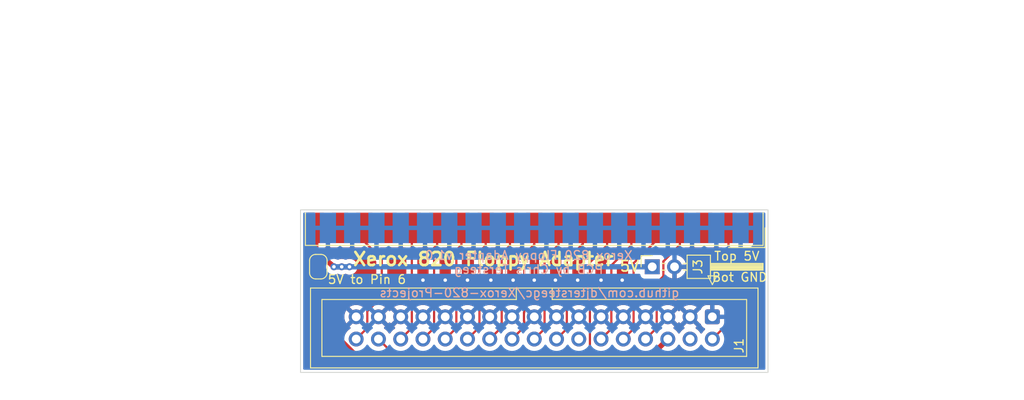
<source format=kicad_pcb>
(kicad_pcb (version 20240108) (generator "pcbnew") (generator_version "8.0")
  (title_block (title "Xerox DB37 to IDC34 Floppy Adapter") (date "2025-01-12") (rev "v1.0") (company "Chris Tersteeg"))
  (layers (0 "F.Cu" signal) (31 "B.Cu" signal) (34 "B.Paste" user) (35 "F.Paste" user) (36 "B.SilkS" user "B.Silkscreen") (37 "F.SilkS" user "F.Silkscreen") (38 "B.Mask" user) (39 "F.Mask" user) (44 "Edge.Cuts" user))
  (net 0 "")
  (net 1 "GND")
  (net 2 "/DVSEL2")
  (net 3 "/STEP_IN")
  (net 4 "+12V")
  (net 5 "/HEAD_LOAD")
  (net 6 "+5V")
  (net 7 "/DVSEL1")
  (net 8 "/SEL_8_5")
  (net 9 "/STEP")
  (net 10 "/SIDE")
  (net 11 "/WRT_PROTECT")
  (net 12 "/WRT_DATA")
  (net 13 "/INDEX")
  (net 14 "/WRITE")
  (net 15 "/READY")
  (net 16 "/LOW_CURRENT")
  (net 17 "/RDDATA")
  (net 18 "/TRK00")
  (net 19 "Net-(J1-Pin_6)")
  (footprint "Jumper:SolderJumper-2_P1.3mm_Open_RoundedPad1.0x1.5mm" (layer "F.Cu") (at 139.192 57.77 -90)
    (property "Reference" "JP1" (hide yes))
    (property "Value" "5V Enable")
    (fp_line (start 0.7 1) (end -0.7 1) (stroke (width 0.12)) (layer "F.SilkS"))
    (fp_line (start -1.4 0.3) (end -1.4 -0.3) (stroke (width 0.12)) (layer "F.SilkS"))
    (fp_line (start 1.4 -0.3) (end 1.4 0.3) (stroke (width 0.12)) (layer "F.SilkS"))
    (fp_line (start -0.7 -1) (end 0.7 -1) (stroke (width 0.12)) (layer "F.SilkS"))
    (fp_arc (start -0.7 1) (mid -1.194975 0.794975) (end -1.4 0.3) (stroke (width 0.12)) (layer "F.SilkS"))
    (fp_arc (start 1.4 0.3) (mid 1.194975 0.794975) (end 0.7 1) (stroke (width 0.12)) (layer "F.SilkS"))
    (fp_arc (start -1.4 -0.3) (mid -1.194975 -0.794975) (end -0.7 -1) (stroke (width 0.12)) (layer "F.SilkS"))
    (fp_arc (start 0.7 -1) (mid 1.194975 -0.794975) (end 1.4 -0.3) (stroke (width 0.12)) (layer "F.SilkS"))
    (pad "1" smd custom (at -0.65 0 270) (size 1 0.5) (layers "F.Cu" "F.Mask") (net 6 "+5V") (options (clearance outline) (anchor rect)) (primitives (gr_circle (center 0 0.25) (end 0.5 0.25) (width 0) (fill yes)) (gr_circle (center 0 -0.25) (end 0.5 -0.25) (width 0) (fill yes)) (gr_poly (pts (xy 0.5 0.75) (xy 0 0.75) (xy 0 -0.75) (xy 0.5 -0.75)) (width 0) (fill yes))))
    (pad "2" smd custom (at 0.65 0 270) (size 1 0.5) (layers "F.Cu" "F.Mask") (net 19 "Net-(J1-Pin_6)") (options (clearance outline) (anchor rect)) (primitives (gr_circle (center 0 0.25) (end 0.5 0.25) (width 0) (fill yes)) (gr_circle (center 0 -0.25) (end 0.5 -0.25) (width 0) (fill yes)) (gr_poly (pts (xy 0 0.75) (xy -0.5 0.75) (xy -0.5 -0.75) (xy 0 -0.75)) (width 0) (fill yes))))
  )
  (footprint "Connector_IDC:IDC-Header_2x17_P2.54mm_Vertical" (layer "F.Cu") (at 184.15 63.5 -90)
    (property "Reference" "J1" (at 3.302 -3.048 90) (layer "F.SilkS"))
    (property "Value" "Conn_02x17_Odd_Even")
    (fp_line (start -3.29 45.85) (end -3.29 -5.21) (stroke (width 0.12)) (layer "F.SilkS"))
    (fp_line (start 5.83 45.85) (end -3.29 45.85) (stroke (width 0.12)) (layer "F.SilkS"))
    (fp_line (start -1.98 44.55) (end -1.98 22.37) (stroke (width 0.12)) (layer "F.SilkS"))
    (fp_line (start 4.52 44.55) (end -1.98 44.55) (stroke (width 0.12)) (layer "F.SilkS"))
    (fp_line (start -1.98 22.37) (end -3.29 22.37) (stroke (width 0.12)) (layer "F.SilkS"))
    (fp_line (start -1.98 22.37) (end -1.98 22.37) (stroke (width 0.12)) (layer "F.SilkS"))
    (fp_line (start -3.29 18.27) (end -1.98 18.27) (stroke (width 0.12)) (layer "F.SilkS"))
    (fp_line (start -1.98 18.27) (end -1.98 -3.91) (stroke (width 0.12)) (layer "F.SilkS"))
    (fp_line (start -4.68 0.5) (end -3.68 0) (stroke (width 0.12)) (layer "F.SilkS"))
    (fp_line (start -3.68 0) (end -4.68 -0.5) (stroke (width 0.12)) (layer "F.SilkS"))
    (fp_line (start -4.68 -0.5) (end -4.68 0.5) (stroke (width 0.12)) (layer "F.SilkS"))
    (fp_line (start -1.98 -3.91) (end 4.52 -3.91) (stroke (width 0.12)) (layer "F.SilkS"))
    (fp_line (start 4.52 -3.91) (end 4.52 44.55) (stroke (width 0.12)) (layer "F.SilkS"))
    (fp_line (start -3.29 -5.21) (end 5.83 -5.21) (stroke (width 0.12)) (layer "F.SilkS"))
    (fp_line (start 5.83 -5.21) (end 5.83 45.85) (stroke (width 0.12)) (layer "F.SilkS"))
    (pad "1" thru_hole roundrect (at 0 0 270) (size 1.7 1.7) (drill 1) (layers "*.Cu" "*.Mask") (roundrect_rratio 0.147059) (net 1 "GND"))
    (pad "2" thru_hole circle (at 2.54 0 270) (size 1.7 1.7) (drill 1) (layers "*.Cu" "*.Mask") (net 8 "/SEL_8_5"))
    (pad "3" thru_hole circle (at 0 2.54 270) (size 1.7 1.7) (drill 1) (layers "*.Cu" "*.Mask") (net 1 "GND"))
    (pad "4" thru_hole circle (at 2.54 2.54 270) (size 1.7 1.7) (drill 1) (layers "*.Cu" "*.Mask"))
    (pad "5" thru_hole circle (at 0 5.08 270) (size 1.7 1.7) (drill 1) (layers "*.Cu" "*.Mask") (net 1 "GND"))
    (pad "6" thru_hole circle (at 2.54 5.08 270) (size 1.7 1.7) (drill 1) (layers "*.Cu" "*.Mask") (net 19 "Net-(J1-Pin_6)"))
    (pad "7" thru_hole circle (at 0 7.62 270) (size 1.7 1.7) (drill 1) (layers "*.Cu" "*.Mask") (net 1 "GND"))
    (pad "8" thru_hole circle (at 2.54 7.62 270) (size 1.7 1.7) (drill 1) (layers "*.Cu" "*.Mask") (net 13 "/INDEX"))
    (pad "9" thru_hole circle (at 0 10.16 270) (size 1.7 1.7) (drill 1) (layers "*.Cu" "*.Mask") (net 1 "GND"))
    (pad "10" thru_hole circle (at 2.54 10.16 270) (size 1.7 1.7) (drill 1) (layers "*.Cu" "*.Mask") (net 7 "/DVSEL1"))
    (pad "11" thru_hole circle (at 0 12.7 270) (size 1.7 1.7) (drill 1) (layers "*.Cu" "*.Mask") (net 1 "GND"))
    (pad "12" thru_hole circle (at 2.54 12.7 270) (size 1.7 1.7) (drill 1) (layers "*.Cu" "*.Mask") (net 2 "/DVSEL2"))
    (pad "13" thru_hole circle (at 0 15.24 270) (size 1.7 1.7) (drill 1) (layers "*.Cu" "*.Mask") (net 1 "GND"))
    (pad "14" thru_hole circle (at 2.54 15.24 270) (size 1.7 1.7) (drill 1) (layers "*.Cu" "*.Mask"))
    (pad "15" thru_hole circle (at 0 17.78 270) (size 1.7 1.7) (drill 1) (layers "*.Cu" "*.Mask") (net 1 "GND"))
    (pad "16" thru_hole circle (at 2.54 17.78 270) (size 1.7 1.7) (drill 1) (layers "*.Cu" "*.Mask") (net 5 "/HEAD_LOAD"))
    (pad "17" thru_hole circle (at 0 20.32 270) (size 1.7 1.7) (drill 1) (layers "*.Cu" "*.Mask") (net 1 "GND"))
    (pad "18" thru_hole circle (at 2.54 20.32 270) (size 1.7 1.7) (drill 1) (layers "*.Cu" "*.Mask") (net 3 "/STEP_IN"))
    (pad "19" thru_hole circle (at 0 22.86 270) (size 1.7 1.7) (drill 1) (layers "*.Cu" "*.Mask") (net 1 "GND"))
    (pad "20" thru_hole circle (at 2.54 22.86 270) (size 1.7 1.7) (drill 1) (layers "*.Cu" "*.Mask") (net 9 "/STEP"))
    (pad "21" thru_hole circle (at 0 25.4 270) (size 1.7 1.7) (drill 1) (layers "*.Cu" "*.Mask") (net 1 "GND"))
    (pad "22" thru_hole circle (at 2.54 25.4 270) (size 1.7 1.7) (drill 1) (layers "*.Cu" "*.Mask") (net 12 "/WRT_DATA"))
    (pad "23" thru_hole circle (at 0 27.94 270) (size 1.7 1.7) (drill 1) (layers "*.Cu" "*.Mask") (net 1 "GND"))
    (pad "24" thru_hole circle (at 2.54 27.94 270) (size 1.7 1.7) (drill 1) (layers "*.Cu" "*.Mask") (net 14 "/WRITE"))
    (pad "25" thru_hole circle (at 0 30.48 270) (size 1.7 1.7) (drill 1) (layers "*.Cu" "*.Mask") (net 1 "GND"))
    (pad "26" thru_hole circle (at 2.54 30.48 270) (size 1.7 1.7) (drill 1) (layers "*.Cu" "*.Mask") (net 18 "/TRK00"))
    (pad "27" thru_hole circle (at 0 33.02 270) (size 1.7 1.7) (drill 1) (layers "*.Cu" "*.Mask") (net 1 "GND"))
    (pad "28" thru_hole circle (at 2.54 33.02 270) (size 1.7 1.7) (drill 1) (layers "*.Cu" "*.Mask") (net 11 "/WRT_PROTECT"))
    (pad "29" thru_hole circle (at 0 35.56 270) (size 1.7 1.7) (drill 1) (layers "*.Cu" "*.Mask") (net 1 "GND"))
    (pad "30" thru_hole circle (at 2.54 35.56 270) (size 1.7 1.7) (drill 1) (layers "*.Cu" "*.Mask") (net 17 "/RDDATA"))
    (pad "31" thru_hole circle (at 0 38.1 270) (size 1.7 1.7) (drill 1) (layers "*.Cu" "*.Mask") (net 1 "GND"))
    (pad "32" thru_hole circle (at 2.54 38.1 270) (size 1.7 1.7) (drill 1) (layers "*.Cu" "*.Mask") (net 10 "/SIDE"))
    (pad "33" thru_hole circle (at 0 40.64 270) (size 1.7 1.7) (drill 1) (layers "*.Cu" "*.Mask") (net 1 "GND"))
    (pad "34" thru_hole circle (at 2.54 40.64 270) (size 1.7 1.7) (drill 1) (layers "*.Cu" "*.Mask") (net 15 "/READY"))
  )
  (footprint "Connector_PinHeader_2.54mm:PinHeader_2x01_P2.54mm_Horizontal" (layer "F.Cu") (at 177.292 57.785)
    (property "Reference" "J3" (at 5.207 0 90) (layer "F.SilkS"))
    (property "Value" "5V Power" (hide yes))
    (fp_line (start -1.27 -1.27) (end 0 -1.27) (stroke (width 0.12)) (layer "F.SilkS"))
    (fp_line (start -1.27 0) (end -1.27 -1.27) (stroke (width 0.12)) (layer "F.SilkS"))
    (fp_line (start 1.11 -0.38) (end 1.497071 -0.38) (stroke (width 0.12)) (layer "F.SilkS"))
    (fp_line (start 1.11 0.38) (end 1.497071 0.38) (stroke (width 0.12)) (layer "F.SilkS"))
    (fp_line (start 3.582929 -0.38) (end 3.98 -0.38) (stroke (width 0.12)) (layer "F.SilkS"))
    (fp_line (start 3.582929 0.38) (end 3.98 0.38) (stroke (width 0.12)) (layer "F.SilkS"))
    (fp_line (start 3.98 -1.33) (end 3.98 1.33) (stroke (width 0.12)) (layer "F.SilkS"))
    (fp_line (start 3.98 1.33) (end 6.64 1.33) (stroke (width 0.12)) (layer "F.SilkS"))
    (fp_line (start 6.64 -1.33) (end 3.98 -1.33) (stroke (width 0.12)) (layer "F.SilkS"))
    (fp_line (start 6.64 -0.38) (end 12.64 -0.38) (stroke (width 0.12)) (layer "F.SilkS"))
    (fp_line (start 6.64 -0.32) (end 12.64 -0.32) (stroke (width 0.12)) (layer "F.SilkS"))
    (fp_line (start 6.64 -0.2) (end 12.64 -0.2) (stroke (width 0.12)) (layer "F.SilkS"))
    (fp_line (start 6.64 -0.08) (end 12.64 -0.08) (stroke (width 0.12)) (layer "F.SilkS"))
    (fp_line (start 6.64 0.04) (end 12.64 0.04) (stroke (width 0.12)) (layer "F.SilkS"))
    (fp_line (start 6.64 0.16) (end 12.64 0.16) (stroke (width 0.12)) (layer "F.SilkS"))
    (fp_line (start 6.64 0.28) (end 12.64 0.28) (stroke (width 0.12)) (layer "F.SilkS"))
    (fp_line (start 6.64 1.33) (end 6.64 -1.33) (stroke (width 0.12)) (layer "F.SilkS"))
    (fp_line (start 12.64 -0.38) (end 12.64 0.38) (stroke (width 0.12)) (layer "F.SilkS"))
    (fp_line (start 12.64 0.38) (end 6.64 0.38) (stroke (width 0.12)) (layer "F.SilkS"))
    (pad "1" thru_hole rect (at 0 0) (size 1.7 1.7) (drill 1) (layers "*.Cu" "*.Mask") (net 6 "+5V"))
    (pad "2" thru_hole oval (at 2.54 0) (size 1.7 1.7) (drill 1) (layers "*.Cu" "*.Mask") (net 1 "GND"))
  )
  (footprint "Connector_Dsub:DSUB-37_Male_EdgeMount_P2.77mm" (layer "F.Cu") (at 163.83 53.34 180)
    (property "Reference" "J2" (hide yes))
    (property "Value" "DC37_Plug")
    (fp_line (start 26.113333 1.74) (end 26.113333 -2) (stroke (width 0.12)) (layer "F.SilkS"))
    (fp_line (start 26.113333 -2) (end -26.113333 -2) (stroke (width 0.12)) (layer "F.SilkS"))
    (fp_line (start -26.113333 -2) (end -26.113333 1.74) (stroke (width 0.12)) (layer "F.SilkS"))
    (fp_line (start -26.353333 0) (end -26.353333 -2.24) (stroke (width 0.12)) (layer "F.SilkS"))
    (fp_line (start -26.353333 -2.24) (end -22.16 -2.24) (stroke (width 0.12)) (layer "F.SilkS"))
    (pad "1" smd rect (at -24.93 0 180) (size 1.846667 3.48) (layers "F.Cu" "F.Paste" "F.Mask"))
    (pad "2" smd rect (at -22.16 0 180) (size 1.846667 3.48) (layers "F.Cu" "F.Paste" "F.Mask") (net 8 "/SEL_8_5"))
    (pad "3" smd rect (at -19.39 0 180) (size 1.846667 3.48) (layers "F.Cu" "F.Paste" "F.Mask"))
    (pad "4" smd rect (at -16.62 0 180) (size 1.846667 3.48) (layers "F.Cu" "F.Paste" "F.Mask") (net 13 "/INDEX"))
    (pad "5" smd rect (at -13.85 0 180) (size 1.846667 3.48) (layers "F.Cu" "F.Paste" "F.Mask") (net 7 "/DVSEL1"))
    (pad "6" smd rect (at -11.08 0 180) (size 1.846667 3.48) (layers "F.Cu" "F.Paste" "F.Mask") (net 2 "/DVSEL2"))
    (pad "7" smd rect (at -8.31 0 180) (size 1.846667 3.48) (layers "F.Cu" "F.Paste" "F.Mask") (net 10 "/SIDE"))
    (pad "8" smd rect (at -5.54 0 180) (size 1.846667 3.48) (layers "F.Cu" "F.Paste" "F.Mask") (net 5 "/HEAD_LOAD"))
    (pad "9" smd rect (at -2.77 0 180) (size 1.846667 3.48) (layers "F.Cu" "F.Paste" "F.Mask") (net 3 "/STEP_IN"))
    (pad "10" smd rect (at 0 0 180) (size 1.846667 3.48) (layers "F.Cu" "F.Paste" "F.Mask") (net 9 "/STEP"))
    (pad "11" smd rect (at 2.77 0 180) (size 1.846667 3.48) (layers "F.Cu" "F.Paste" "F.Mask") (net 12 "/WRT_DATA"))
    (pad "12" smd rect (at 5.54 0 180) (size 1.846667 3.48) (layers "F.Cu" "F.Paste" "F.Mask") (net 14 "/WRITE"))
    (pad "13" smd rect (at 8.31 0 180) (size 1.846667 3.48) (layers "F.Cu" "F.Paste" "F.Mask") (net 18 "/TRK00"))
    (pad "14" smd rect (at 11.08 0 180) (size 1.846667 3.48) (layers "F.Cu" "F.Paste" "F.Mask") (net 11 "/WRT_PROTECT"))
    (pad "15" smd rect (at 13.85 0 180) (size 1.846667 3.48) (layers "F.Cu" "F.Paste" "F.Mask") (net 17 "/RDDATA"))
    (pad "16" smd rect (at 16.62 0 180) (size 1.846667 3.48) (layers "F.Cu" "F.Paste" "F.Mask") (net 16 "/LOW_CURRENT"))
    (pad "17" smd rect (at 19.39 0 180) (size 1.846667 3.48) (layers "F.Cu" "F.Paste" "F.Mask") (net 15 "/READY"))
    (pad "18" smd rect (at 22.16 0 180) (size 1.846667 3.48) (layers "F.Cu" "F.Paste" "F.Mask") (net 4 "+12V"))
    (pad "19" smd rect (at 24.93 0 180) (size 1.846667 3.48) (layers "F.Cu" "F.Paste" "F.Mask") (net 6 "+5V"))
    (pad "20" smd rect (at -23.545 0 180) (size 1.846667 3.48) (layers "B.Cu" "B.Paste" "B.Mask") (net 1 "GND"))
    (pad "21" smd rect (at -20.775 0 180) (size 1.846667 3.48) (layers "B.Cu" "B.Paste" "B.Mask") (net 1 "GND"))
    (pad "22" smd rect (at -18.005 0 180) (size 1.846667 3.48) (layers "B.Cu" "B.Paste" "B.Mask") (net 1 "GND"))
    (pad "23" smd rect (at -15.235 0 180) (size 1.846667 3.48) (layers "B.Cu" "B.Paste" "B.Mask") (net 1 "GND"))
    (pad "24" smd rect (at -12.465 0 180) (size 1.846667 3.48) (layers "B.Cu" "B.Paste" "B.Mask") (net 1 "GND"))
    (pad "25" smd rect (at -9.695 0 180) (size 1.846667 3.48) (layers "B.Cu" "B.Paste" "B.Mask") (net 1 "GND"))
    (pad "26" smd rect (at -6.925 0 180) (size 1.846667 3.48) (layers "B.Cu" "B.Paste" "B.Mask") (net 1 "GND"))
    (pad "27" smd rect (at -4.155 0 180) (size 1.846667 3.48) (layers "B.Cu" "B.Paste" "B.Mask") (net 1 "GND"))
    (pad "28" smd rect (at -1.385 0 180) (size 1.846667 3.48) (layers "B.Cu" "B.Paste" "B.Mask") (net 1 "GND"))
    (pad "29" smd rect (at 1.385 0 180) (size 1.846667 3.48) (layers "B.Cu" "B.Paste" "B.Mask") (net 1 "GND"))
    (pad "30" smd rect (at 4.155 0 180) (size 1.846667 3.48) (layers "B.Cu" "B.Paste" "B.Mask") (net 1 "GND"))
    (pad "31" smd rect (at 6.925 0 180) (size 1.846667 3.48) (layers "B.Cu" "B.Paste" "B.Mask") (net 1 "GND"))
    (pad "32" smd rect (at 9.695 0 180) (size 1.846667 3.48) (layers "B.Cu" "B.Paste" "B.Mask") (net 1 "GND"))
    (pad "33" smd rect (at 12.465 0 180) (size 1.846667 3.48) (layers "B.Cu" "B.Paste" "B.Mask") (net 1 "GND"))
    (pad "34" smd rect (at 15.235 0 180) (size 1.846667 3.48) (layers "B.Cu" "B.Paste" "B.Mask") (net 1 "GND"))
    (pad "35" smd rect (at 18.005 0 180) (size 1.846667 3.48) (layers "B.Cu" "B.Paste" "B.Mask") (net 1 "GND"))
    (pad "36" smd rect (at 20.775 0 180) (size 1.846667 3.48) (layers "B.Cu" "B.Paste" "B.Mask") (net 1 "GND"))
    (pad "37" smd rect (at 23.545 0 180) (size 1.846667 3.48) (layers "B.Cu" "B.Paste" "B.Mask") (net 1 "GND"))
  )
  (gr_rect (start 137.16 51.2826) (end 190.5 69.85) (stroke (width 0.1)) (fill none) (layer "Edge.Cuts"))
  (gr_text "Xerox 820 Floppy Adapter v1.0\nPCB by Chris Tersteeg" (at 163.195 58.674 0) (layer "B.SilkS") (effects (font (size 1 1)) (justify bottom mirror)))
  (gr_text "github.com/djtersteegc/Xerox-820-Projects" (at 180.467 61.341 0) (layer "B.SilkS") (effects (font (size 1 1)) (justify left bottom mirror)))
  (gr_text "5V to Pin 6" (at 140.1826 59.817 0) (layer "F.SilkS") (effects (font (size 1 1)) (justify left bottom)))
  (gr_text "Bot GND" (at 184.023 59.563 0) (layer "F.SilkS") (effects (font (size 1 1) (thickness 0.15) (bold yes)) (justify left bottom)))
  (gr_text "5V" (at 173.482 58.42 0) (layer "F.SilkS") (effects (font (size 1.2 1.2) (thickness 0.2) (bold yes)) (justify left bottom)))
  (gr_text "Top 5V" (at 184.277 57.15 0) (layer "F.SilkS") (effects (font (size 1 1) (thickness 0.15) (bold yes)) (justify left bottom)))
  (gr_text "Xerox 820 Floppy Adapter" (at 143.002 57.785 0) (layer "F.SilkS") (effects (font (size 1.5 1.5) (thickness 0.3) (bold yes)) (justify left bottom)))
  (via (at 161.417 59.309) (size 0.8) (drill 0.4) (layers "F.Cu" "B.Cu") (net 1))
  (via (at 151.13 59.309) (size 0.8) (drill 0.4) (layers "F.Cu" "B.Cu") (net 1))
  (via (at 166.243 59.309) (size 0.8) (drill 0.4) (layers "F.Cu" "B.Cu") (net 1))
  (via (at 168.783 59.309) (size 0.8) (drill 0.4) (layers "F.Cu" "B.Cu") (net 1))
  (via (at 171.45 59.309) (size 0.8) (drill 0.4) (layers "F.Cu" "B.Cu") (net 1))
  (via (at 156.21 59.309) (size 0.8) (drill 0.4) (layers "F.Cu" "B.Cu") (net 1))
  (via (at 163.83 59.309) (size 0.8) (drill 0.4) (layers "F.Cu" "B.Cu") (net 1))
  (via (at 173.863 59.309) (size 0.8) (drill 0.4) (layers "F.Cu" "B.Cu") (net 1))
  (via (at 153.67 59.309) (size 0.8) (drill 0.4) (layers "F.Cu" "B.Cu") (net 1))
  (via (at 158.877 59.309) (size 0.8) (drill 0.4) (layers "F.Cu" "B.Cu") (net 1))
  (segment (start 174.91 53.34) (end 174.91 55.341) (width 0.25) (layer "F.Cu") (net 2))
  (segment (start 174.91 55.341) (end 172.625 57.626) (width 0.25) (layer "F.Cu") (net 2))
  (segment (start 172.625 64.865) (end 171.45 66.04) (width 0.25) (layer "F.Cu") (net 2))
  (segment (start 172.625 57.626) (end 172.625 64.865) (width 0.25) (layer "F.Cu") (net 2))
  (segment (start 165.005 64.865) (end 163.83 66.04) (width 0.25) (layer "F.Cu") (net 3))
  (segment (start 165.005 56.864) (end 165.005 64.865) (width 0.25) (layer "F.Cu") (net 3))
  (segment (start 166.6 55.269) (end 165.005 56.864) (width 0.25) (layer "F.Cu") (net 3))
  (segment (start 166.6 53.34) (end 166.6 55.269) (width 0.25) (layer "F.Cu") (net 3))
  (segment (start 167.545 64.865) (end 166.37 66.04) (width 0.25) (layer "F.Cu") (net 5))
  (segment (start 169.37 55.169334) (end 167.545 56.994334) (width 0.25) (layer "F.Cu") (net 5))
  (segment (start 167.545 56.994334) (end 167.545 64.865) (width 0.25) (layer "F.Cu") (net 5))
  (segment (start 169.37 53.34) (end 169.37 55.169334) (width 0.25) (layer "F.Cu") (net 5))
  (segment (start 140.97 57.785) (end 138.9 55.969) (width 0.6) (layer "F.Cu") (net 6))
  (segment (start 138.9 55.969) (end 139.192 56.261) (width 0.6) (layer "F.Cu") (net 6))
  (segment (start 138.9 55.969) (end 138.9 53.34) (width 0.6) (layer "F.Cu") (net 6))
  (segment (start 140.97 57.785) (end 142.748 57.785) (width 0.6) (layer "F.Cu") (net 6))
  (segment (start 139.192 56.261) (end 139.192 57.12) (width 0.6) (layer "F.Cu") (net 6))
  (via (at 142.748 57.785) (size 0.8) (drill 0.4) (layers "F.Cu" "B.Cu") (net 6))
  (via (at 140.97 57.785) (size 0.8) (drill 0.4) (layers "F.Cu" "B.Cu") (net 6))
  (via (at 141.859 57.785) (size 0.8) (drill 0.4) (layers "F.Cu" "B.Cu") (net 6))
  (segment (start 140.97 57.785) (end 177.292 57.785) (width 0.6) (layer "B.Cu") (net 6))
  (segment (start 140.97 57.785) (end 142.748 57.785) (width 0.6) (layer "B.Cu") (net 6))
  (segment (start 175.165 64.865) (end 173.99 66.04) (width 0.25) (layer "F.Cu") (net 7))
  (segment (start 175.165 57.372) (end 175.165 64.865) (width 0.25) (layer "F.Cu") (net 7))
  (segment (start 177.68 54.857) (end 175.165 57.372) (width 0.25) (layer "F.Cu") (net 7))
  (segment (start 177.68 53.34) (end 177.68 54.857) (width 0.25) (layer "F.Cu") (net 7))
  (segment (start 185.99 64.2) (end 184.15 66.04) (width 0.25) (layer "F.Cu") (net 8))
  (segment (start 185.99 53.34) (end 185.99 64.2) (width 0.25) (layer "F.Cu") (net 8))
  (segment (start 162.687 62.981299) (end 162.655 63.013299) (width 0.25) (layer "F.Cu") (net 9))
  (segment (start 162.655 63.986701) (end 162.687 64.018701) (width 0.25) (layer "F.Cu") (net 9))
  (segment (start 162.687 56.388) (end 162.687 62.981299) (width 0.25) (layer "F.Cu") (net 9))
  (segment (start 162.687 64.018701) (end 162.687 64.643) (width 0.25) (layer "F.Cu") (net 9))
  (segment (start 162.687 64.643) (end 161.29 66.04) (width 0.25) (layer "F.Cu") (net 9))
  (segment (start 163.83 53.34) (end 163.83 55.245) (width 0.25) (layer "F.Cu") (net 9))
  (segment (start 163.83 55.245) (end 162.687 56.388) (width 0.25) (layer "F.Cu") (net 9))
  (segment (start 162.655 63.013299) (end 162.655 63.986701) (width 0.25) (layer "F.Cu") (net 9))
  (segment (start 170.18 57.277) (end 170.18 67.31) (width 0.25) (layer "F.Cu") (net 10))
  (segment (start 170.18 67.31) (end 169.545 67.945) (width 0.25) (layer "F.Cu") (net 10))
  (segment (start 172.14 53.34) (end 172.14 55.317) (width 0.25) (layer "F.Cu") (net 10))
  (segment (start 169.545 67.945) (end 147.955 67.945) (width 0.25) (layer "F.Cu") (net 10))
  (segment (start 172.14 55.317) (end 170.18 57.277) (width 0.25) (layer "F.Cu") (net 10))
  (segment (start 147.955 67.945) (end 146.05 66.04) (width 0.25) (layer "F.Cu") (net 10))
  (segment (start 152.75 55.276) (end 152.4 55.626) (width 0.25) (layer "F.Cu") (net 11))
  (segment (start 152.75 53.34) (end 152.75 55.276) (width 0.25) (layer "F.Cu") (net 11))
  (segment (start 152.4 64.77) (end 151.13 66.04) (width 0.25) (layer "F.Cu") (net 11))
  (segment (start 152.4 55.626) (end 152.4 64.77) (width 0.25) (layer "F.Cu") (net 11))
  (segment (start 160.115 56.293) (end 160.115 64.675) (width 0.25) (layer "F.Cu") (net 12))
  (segment (start 160.115 64.675) (end 158.75 66.04) (width 0.25) (layer "F.Cu") (net 12))
  (segment (start 161.06 55.348) (end 160.115 56.293) (width 0.25) (layer "F.Cu") (net 12))
  (segment (start 161.06 53.34) (end 161.06 55.348) (width 0.25) (layer "F.Cu") (net 12))
  (segment (start 177.8 64.77) (end 177.8 59.627) (width 0.25) (layer "F.Cu") (net 13))
  (segment (start 180.45 55.280834) (end 180.45 53.34) (width 0.25) (layer "F.Cu") (net 13))
  (segment (start 178.562 58.865) (end 178.562 57.168834) (width 0.25) (layer "F.Cu") (net 13))
  (segment (start 177.8 59.627) (end 178.562 58.865) (width 0.25) (layer "F.Cu") (net 13))
  (segment (start 178.562 57.168834) (end 180.45 55.280834) (width 0.25) (layer "F.Cu") (net 13))
  (segment (start 176.53 66.04) (end 177.8 64.77) (width 0.25) (layer "F.Cu") (net 13))
  (segment (start 157.575 56.063) (end 157.575 64.675) (width 0.25) (layer "F.Cu") (net 14))
  (segment (start 157.575 64.675) (end 156.21 66.04) (width 0.25) (layer "F.Cu") (net 14))
  (segment (start 158.29 53.34) (end 158.29 55.348) (width 0.25) (layer "F.Cu") (net 14))
  (segment (start 158.29 55.348) (end 157.575 56.063) (width 0.25) (layer "F.Cu") (net 14))
  (segment (start 144.44 53.34) (end 144.44 54.905) (width 0.25) (layer "F.Cu") (net 15))
  (segment (start 146.431 61.214) (end 144.78 62.865) (width 0.25) (layer "F.Cu") (net 15))
  (segment (start 144.44 54.905) (end 146.431 56.896) (width 0.25) (layer "F.Cu") (net 15))
  (segment (start 144.78 64.77) (end 143.51 66.04) (width 0.25) (layer "F.Cu") (net 15))
  (segment (start 146.431 56.896) (end 146.431 61.214) (width 0.25) (layer "F.Cu") (net 15))
  (segment (start 144.78 62.865) (end 144.78 64.77) (width 0.25) (layer "F.Cu") (net 15))
  (segment (start 149.98 53.34) (end 149.86 53.46) (width 0.25) (layer "F.Cu") (net 17))
  (segment (start 149.86 53.46) (end 149.86 64.77) (width 0.25) (layer "F.Cu") (net 17))
  (segment (start 149.86 64.77) (end 148.59 66.04) (width 0.25) (layer "F.Cu") (net 17))
  (segment (start 154.94 64.77) (end 153.67 66.04) (width 0.25) (layer "F.Cu") (net 18))
  (segment (start 155.52 53.34) (end 155.52 55.3) (width 0.25) (layer "F.Cu") (net 18))
  (segment (start 154.94 55.88) (end 154.94 64.77) (width 0.25) (layer "F.Cu") (net 18))
  (segment (start 155.52 55.3) (end 154.94 55.88) (width 0.25) (layer "F.Cu") (net 18))
  (segment (start 176.54 68.57) (end 179.07 66.04) (width 0.6) (layer "F.Cu") (net 19))
  (segment (start 139.192 63.631189) (end 144.130811 68.57) (width 0.6) (layer "F.Cu") (net 19))
  (segment (start 144.130811 68.57) (end 176.54 68.57) (width 0.6) (layer "F.Cu") (net 19))
  (segment (start 139.192 58.42) (end 139.192 63.631189) (width 0.6) (layer "F.Cu") (net 19))
  (zone (net 1) (net_name "GND") (layers "F&B.Cu") (connect_pads (clearance 0.5)) (min_thickness 0.25) (fill yes (thermal_gap 0.5) (thermal_bridge_width 0.5))
    (polygon (pts (xy 102.87 27.305) (xy 219.71 27.305) (xy 219.71 73.025) (xy 102.87 73.025)))
  )
)
</source>
